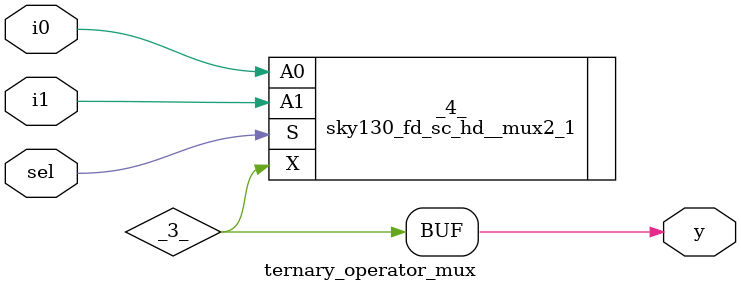
<source format=v>
/* Generated by Yosys 0.47+121 (git sha1 98b4affc4, g++ 13.2.0-23ubuntu4 -fPIC -O3) */

module ternary_operator_mux(i0, i1, sel, y);
  wire _0_;
  wire _1_;
  wire _2_;
  wire _3_;
  input i0;
  wire i0;
  input i1;
  wire i1;
  input sel;
  wire sel;
  output y;
  wire y;
  sky130_fd_sc_hd__mux2_1 _4_ (
    .A0(_0_),
    .A1(_1_),
    .S(_2_),
    .X(_3_)
  );
  assign _0_ = i0;
  assign _1_ = i1;
  assign _2_ = sel;
  assign y = _3_;
endmodule

</source>
